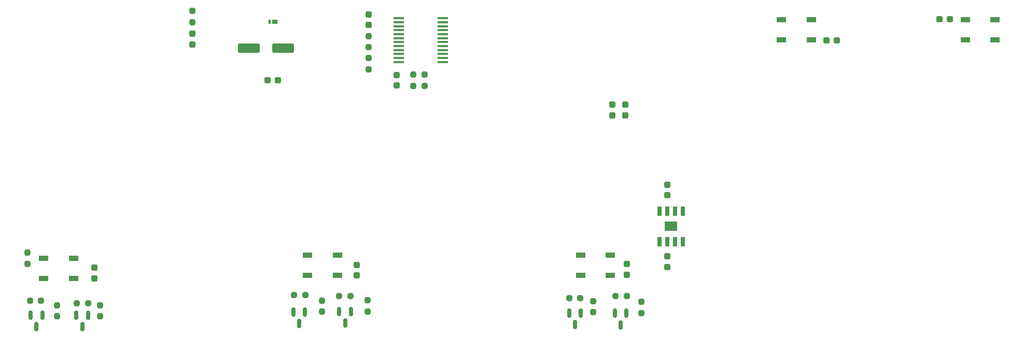
<source format=gtp>
G04 #@! TF.GenerationSoftware,KiCad,Pcbnew,9.0.2-9.0.2-0~ubuntu24.04.1*
G04 #@! TF.CreationDate,2025-06-12T12:06:52+02:00*
G04 #@! TF.ProjectId,PCB_Repetition,5043425f-5265-4706-9574-6974696f6e2e,rev?*
G04 #@! TF.SameCoordinates,Original*
G04 #@! TF.FileFunction,Paste,Top*
G04 #@! TF.FilePolarity,Positive*
%FSLAX46Y46*%
G04 Gerber Fmt 4.6, Leading zero omitted, Abs format (unit mm)*
G04 Created by KiCad (PCBNEW 9.0.2-9.0.2-0~ubuntu24.04.1) date 2025-06-12 12:06:52*
%MOMM*%
%LPD*%
G01*
G04 APERTURE LIST*
G04 Aperture macros list*
%AMRoundRect*
0 Rectangle with rounded corners*
0 $1 Rounding radius*
0 $2 $3 $4 $5 $6 $7 $8 $9 X,Y pos of 4 corners*
0 Add a 4 corners polygon primitive as box body*
4,1,4,$2,$3,$4,$5,$6,$7,$8,$9,$2,$3,0*
0 Add four circle primitives for the rounded corners*
1,1,$1+$1,$2,$3*
1,1,$1+$1,$4,$5*
1,1,$1+$1,$6,$7*
1,1,$1+$1,$8,$9*
0 Add four rect primitives between the rounded corners*
20,1,$1+$1,$2,$3,$4,$5,0*
20,1,$1+$1,$4,$5,$6,$7,0*
20,1,$1+$1,$6,$7,$8,$9,0*
20,1,$1+$1,$8,$9,$2,$3,0*%
G04 Aperture macros list end*
%ADD10RoundRect,0.240000X-1.510000X-0.560000X1.510000X-0.560000X1.510000X0.560000X-1.510000X0.560000X0*%
%ADD11RoundRect,0.150000X-0.150000X0.587500X-0.150000X-0.587500X0.150000X-0.587500X0.150000X0.587500X0*%
%ADD12RoundRect,0.237500X-0.237500X0.250000X-0.237500X-0.250000X0.237500X-0.250000X0.237500X0.250000X0*%
%ADD13RoundRect,0.090000X0.660000X0.360000X-0.660000X0.360000X-0.660000X-0.360000X0.660000X-0.360000X0*%
%ADD14RoundRect,0.237500X0.237500X-0.250000X0.237500X0.250000X-0.237500X0.250000X-0.237500X-0.250000X0*%
%ADD15RoundRect,0.237500X0.237500X-0.300000X0.237500X0.300000X-0.237500X0.300000X-0.237500X-0.300000X0*%
%ADD16RoundRect,0.237500X-0.300000X-0.237500X0.300000X-0.237500X0.300000X0.237500X-0.300000X0.237500X0*%
%ADD17RoundRect,0.237500X0.250000X0.237500X-0.250000X0.237500X-0.250000X-0.237500X0.250000X-0.237500X0*%
%ADD18RoundRect,0.237500X0.237500X-0.287500X0.237500X0.287500X-0.237500X0.287500X-0.237500X-0.287500X0*%
%ADD19RoundRect,0.237500X0.300000X0.237500X-0.300000X0.237500X-0.300000X-0.237500X0.300000X-0.237500X0*%
%ADD20RoundRect,0.237500X-0.237500X0.300000X-0.237500X-0.300000X0.237500X-0.300000X0.237500X0.300000X0*%
%ADD21RoundRect,0.075000X0.390000X0.275000X-0.390000X0.275000X-0.390000X-0.275000X0.390000X-0.275000X0*%
%ADD22RoundRect,0.075000X0.075000X0.275000X-0.075000X0.275000X-0.075000X-0.275000X0.075000X-0.275000X0*%
%ADD23R,1.750000X0.450000*%
%ADD24RoundRect,0.090000X-0.660000X-0.360000X0.660000X-0.360000X0.660000X0.360000X-0.660000X0.360000X0*%
%ADD25R,0.802000X1.505000*%
%ADD26R,2.101200X1.567800*%
G04 APERTURE END LIST*
D10*
X104210000Y-156990000D03*
X98610000Y-156990000D03*
D11*
X160250000Y-200362500D03*
X158350000Y-200362500D03*
X159300000Y-202237500D03*
D12*
X67266250Y-199021250D03*
X67266250Y-200846250D03*
D13*
X113050000Y-194150000D03*
X113050000Y-190850000D03*
X108150000Y-190850000D03*
X108150000Y-194150000D03*
D12*
X89320000Y-150917500D03*
X89320000Y-152742500D03*
D14*
X127300000Y-163112500D03*
X127300000Y-161287500D03*
D12*
X162700000Y-198467500D03*
X162700000Y-200292500D03*
D15*
X118160000Y-153190000D03*
X118160000Y-151465000D03*
D16*
X192897500Y-155740000D03*
X194622500Y-155740000D03*
D17*
X160302500Y-197510000D03*
X158477500Y-197510000D03*
D12*
X154840000Y-198360000D03*
X154840000Y-200185000D03*
D18*
X89320000Y-156375000D03*
X89320000Y-154625000D03*
D17*
X107802500Y-197380000D03*
X105977500Y-197380000D03*
D19*
X213072500Y-152210000D03*
X211347500Y-152210000D03*
D11*
X72320000Y-200622500D03*
X70420000Y-200622500D03*
X71370000Y-202497500D03*
D17*
X64652500Y-198320000D03*
X62827500Y-198320000D03*
D12*
X117970000Y-198237500D03*
X117970000Y-200062500D03*
D17*
X72332500Y-198700000D03*
X70507500Y-198700000D03*
D19*
X103322500Y-162190000D03*
X101597500Y-162190000D03*
D15*
X160290000Y-194042500D03*
X160290000Y-192317500D03*
D11*
X107750000Y-200162500D03*
X105850000Y-200162500D03*
X106800000Y-202037500D03*
X152790000Y-200335000D03*
X150890000Y-200335000D03*
X151840000Y-202210000D03*
D14*
X125400000Y-163112500D03*
X125400000Y-161287500D03*
D12*
X62400000Y-190452500D03*
X62400000Y-192277500D03*
D17*
X152712500Y-197900000D03*
X150887500Y-197900000D03*
D13*
X190450000Y-155650000D03*
X190450000Y-152350000D03*
X185550000Y-152350000D03*
X185550000Y-155650000D03*
D15*
X73390000Y-194612500D03*
X73390000Y-192887500D03*
D20*
X166910000Y-191047500D03*
X166910000Y-192772500D03*
D15*
X160080000Y-167942500D03*
X160080000Y-166217500D03*
D21*
X102855000Y-152670000D03*
D22*
X101970000Y-152670000D03*
D15*
X157900000Y-167962500D03*
X157900000Y-166237500D03*
D14*
X118180000Y-160415000D03*
X118180000Y-158590000D03*
D23*
X130250000Y-159235000D03*
X130250000Y-158585000D03*
X130250000Y-157935000D03*
X130250000Y-157285000D03*
X130250000Y-156635000D03*
X130250000Y-155985000D03*
X130250000Y-155335000D03*
X130250000Y-154685000D03*
X130250000Y-154035000D03*
X130250000Y-153385000D03*
X130250000Y-152735000D03*
X130250000Y-152085000D03*
X123050000Y-152085000D03*
X123050000Y-152735000D03*
X123050000Y-153385000D03*
X123050000Y-154035000D03*
X123050000Y-154685000D03*
X123050000Y-155335000D03*
X123050000Y-155985000D03*
X123050000Y-156635000D03*
X123050000Y-157285000D03*
X123050000Y-157935000D03*
X123050000Y-158585000D03*
X123050000Y-159235000D03*
D13*
X157630000Y-194150000D03*
X157630000Y-190850000D03*
X152730000Y-190850000D03*
X152730000Y-194150000D03*
D24*
X215550000Y-152350000D03*
X215550000Y-155650000D03*
X220450000Y-155650000D03*
X220450000Y-152350000D03*
D12*
X110540000Y-198280000D03*
X110540000Y-200105000D03*
X118180000Y-154992500D03*
X118180000Y-156817500D03*
D13*
X69950000Y-194650000D03*
X69950000Y-191350000D03*
X65050000Y-191350000D03*
X65050000Y-194650000D03*
D11*
X115250000Y-200062500D03*
X113350000Y-200062500D03*
X114300000Y-201937500D03*
D15*
X116190000Y-194142500D03*
X116190000Y-192417500D03*
X122700000Y-163062500D03*
X122700000Y-161337500D03*
D25*
X169445000Y-183602500D03*
X168175000Y-183602500D03*
X166905000Y-183602500D03*
X165635000Y-183602500D03*
X165635000Y-188597500D03*
X166905000Y-188597500D03*
X168175000Y-188597500D03*
X169445000Y-188597500D03*
D26*
X167540000Y-186100000D03*
D11*
X64850000Y-200622500D03*
X62950000Y-200622500D03*
X63900000Y-202497500D03*
D15*
X166880000Y-181032500D03*
X166880000Y-179307500D03*
D12*
X74310000Y-199037500D03*
X74310000Y-200862500D03*
D17*
X115152500Y-197500000D03*
X113327500Y-197500000D03*
M02*

</source>
